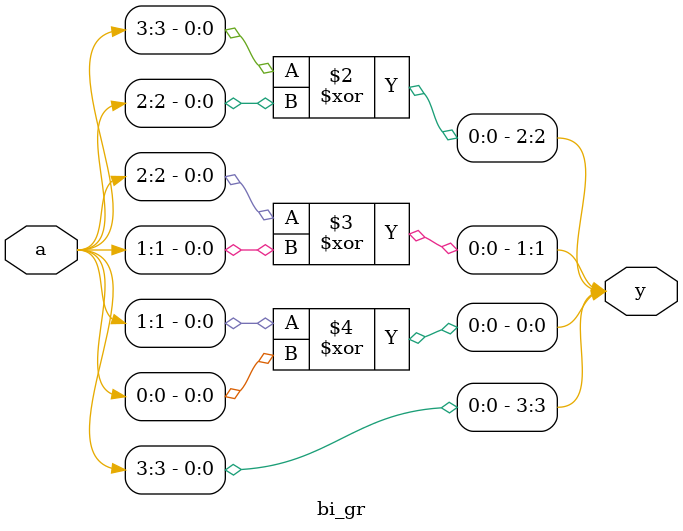
<source format=v>
module bi_gr(input [3:0]a,output reg[3:0]y);
  always@(*)begin
  y[3]=a[3];
  y[2]=(a[3])^(a[2]);
  y[1]=(a[2])^(a[1]);
  y[0]=(a[1])^(a[0]); 
  end
endmodule 
</source>
